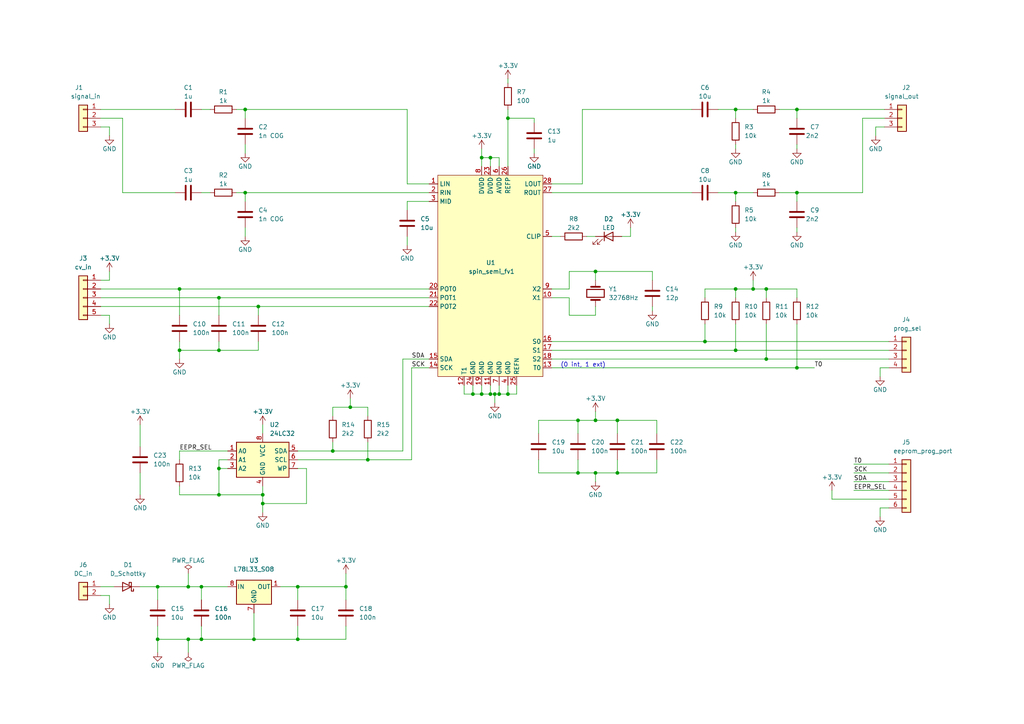
<source format=kicad_sch>
(kicad_sch (version 20230121) (generator eeschema)
  (paper "A4")
  (title_block (title "Spin Semi FV-1 Breakout Board") (date "2022-01-14") (rev "0") (comment 1 "creativecommons.org/licenses/by-sa/4.0/") (comment 2 "License: CC-by-SA") (comment 3 "Drawn by: Jordan Aceto"))
  (lib_symbols
    (symbol "Connector_Generic:Conn_01x02" (pin_names (offset 1.016) hide)
      (property "Reference" "J" (at 0 2.54 0))
      (property "Value" "Conn_01x02" (at 0 -5.08 0))
      (symbol "Conn_01x02_1_1"
        (rectangle (start -1.27 -2.413) (end 0 -2.667) (stroke (width 0.1524)))
        (rectangle (start -1.27 0.127) (end 0 -0.127) (stroke (width 0.1524)))
        (rectangle (start -1.27 1.27) (end 1.27 -3.81) (stroke (width 0.254)) (fill (type background)))
        (pin passive line (at -5.08 0 0) (length 3.81) (name "Pin_1") (number "1"))
        (pin passive line (at -5.08 -2.54 0) (length 3.81) (name "Pin_2") (number "2"))
      )
    )
    (symbol "Connector_Generic:Conn_01x03" (pin_names (offset 1.016) hide)
      (property "Reference" "J" (at 0 5.08 0))
      (property "Value" "Conn_01x03" (at 0 -5.08 0))
      (symbol "Conn_01x03_1_1"
        (rectangle (start -1.27 -2.413) (end 0 -2.667) (stroke (width 0.1524)))
        (rectangle (start -1.27 0.127) (end 0 -0.127) (stroke (width 0.1524)))
        (rectangle (start -1.27 2.667) (end 0 2.413) (stroke (width 0.1524)))
        (rectangle (start -1.27 3.81) (end 1.27 -3.81) (stroke (width 0.254)) (fill (type background)))
        (pin passive line (at -5.08 2.54 0) (length 3.81) (name "Pin_1") (number "1"))
        (pin passive line (at -5.08 0 0) (length 3.81) (name "Pin_2") (number "2"))
        (pin passive line (at -5.08 -2.54 0) (length 3.81) (name "Pin_3") (number "3"))
      )
    )
    (symbol "Connector_Generic:Conn_01x04" (pin_names (offset 1.016) hide)
      (property "Reference" "J" (at 0 5.08 0))
      (property "Value" "Conn_01x04" (at 0 -7.62 0))
      (symbol "Conn_01x04_1_1"
        (rectangle (start -1.27 -4.953) (end 0 -5.207) (stroke (width 0.1524)))
        (rectangle (start -1.27 -2.413) (end 0 -2.667) (stroke (width 0.1524)))
        (rectangle (start -1.27 0.127) (end 0 -0.127) (stroke (width 0.1524)))
        (rectangle (start -1.27 2.667) (end 0 2.413) (stroke (width 0.1524)))
        (rectangle (start -1.27 3.81) (end 1.27 -6.35) (stroke (width 0.254)) (fill (type background)))
        (pin passive line (at -5.08 2.54 0) (length 3.81) (name "Pin_1") (number "1"))
        (pin passive line (at -5.08 0 0) (length 3.81) (name "Pin_2") (number "2"))
        (pin passive line (at -5.08 -2.54 0) (length 3.81) (name "Pin_3") (number "3"))
        (pin passive line (at -5.08 -5.08 0) (length 3.81) (name "Pin_4") (number "4"))
      )
    )
    (symbol "Connector_Generic:Conn_01x05" (pin_names (offset 1.016) hide)
      (property "Reference" "J" (at 0 7.62 0))
      (property "Value" "Conn_01x05" (at 0 -7.62 0))
      (symbol "Conn_01x05_1_1"
        (rectangle (start -1.27 -4.953) (end 0 -5.207) (stroke (width 0.1524)))
        (rectangle (start -1.27 -2.413) (end 0 -2.667) (stroke (width 0.1524)))
        (rectangle (start -1.27 0.127) (end 0 -0.127) (stroke (width 0.1524)))
        (rectangle (start -1.27 2.667) (end 0 2.413) (stroke (width 0.1524)))
        (rectangle (start -1.27 5.207) (end 0 4.953) (stroke (width 0.1524)))
        (rectangle (start -1.27 6.35) (end 1.27 -6.35) (stroke (width 0.254)) (fill (type background)))
        (pin passive line (at -5.08 5.08 0) (length 3.81) (name "Pin_1") (number "1"))
        (pin passive line (at -5.08 2.54 0) (length 3.81) (name "Pin_2") (number "2"))
        (pin passive line (at -5.08 0 0) (length 3.81) (name "Pin_3") (number "3"))
        (pin passive line (at -5.08 -2.54 0) (length 3.81) (name "Pin_4") (number "4"))
        (pin passive line (at -5.08 -5.08 0) (length 3.81) (name "Pin_5") (number "5"))
      )
    )
    (symbol "Connector_Generic:Conn_01x06" (pin_names (offset 1.016) hide)
      (property "Reference" "J" (at 0 7.62 0))
      (property "Value" "Conn_01x06" (at 0 -10.16 0))
      (symbol "Conn_01x06_1_1"
        (rectangle (start -1.27 -7.493) (end 0 -7.747) (stroke (width 0.1524)))
        (rectangle (start -1.27 -4.953) (end 0 -5.207) (stroke (width 0.1524)))
        (rectangle (start -1.27 -2.413) (end 0 -2.667) (stroke (width 0.1524)))
        (rectangle (start -1.27 0.127) (end 0 -0.127) (stroke (width 0.1524)))
        (rectangle (start -1.27 2.667) (end 0 2.413) (stroke (width 0.1524)))
        (rectangle (start -1.27 5.207) (end 0 4.953) (stroke (width 0.1524)))
        (rectangle (start -1.27 6.35) (end 1.27 -8.89) (stroke (width 0.254)) (fill (type background)))
        (pin passive line (at -5.08 5.08 0) (length 3.81) (name "Pin_1") (number "1"))
        (pin passive line (at -5.08 2.54 0) (length 3.81) (name "Pin_2") (number "2"))
        (pin passive line (at -5.08 0 0) (length 3.81) (name "Pin_3") (number "3"))
        (pin passive line (at -5.08 -2.54 0) (length 3.81) (name "Pin_4") (number "4"))
        (pin passive line (at -5.08 -5.08 0) (length 3.81) (name "Pin_5") (number "5"))
        (pin passive line (at -5.08 -7.62 0) (length 3.81) (name "Pin_6") (number "6"))
      )
    )
    (symbol "Device:C" (pin_numbers hide) (pin_names (offset 0.254))
      (property "Reference" "C" (at 0.635 2.54 0))
      (property "Value" "C" (at 0.635 -2.54 0))
      (symbol "C_0_1"
        (polyline (pts (xy -2.032 -0.762) (xy 2.032 -0.762)) (stroke (width 0.508)))
        (polyline (pts (xy -2.032 0.762) (xy 2.032 0.762)) (stroke (width 0.508)))
      )
      (symbol "C_1_1"
        (pin passive line (at 0 3.81 270) (length 2.794) (name "~") (number "1"))
        (pin passive line (at 0 -3.81 90) (length 2.794) (name "~") (number "2"))
      )
    )
    (symbol "Device:Crystal" (pin_numbers hide) (pin_names (offset 1.016) hide)
      (property "Reference" "Y" (at 0 3.81 0))
      (property "Value" "Crystal" (at 0 -3.81 0))
      (symbol "Crystal_0_1"
        (rectangle (start -1.143 2.54) (end 1.143 -2.54) (stroke (width 0.3048)))
        (polyline (pts (xy -2.54 0) (xy -1.905 0)))
        (polyline (pts (xy -1.905 -1.27) (xy -1.905 1.27)) (stroke (width 0.508)))
        (polyline (pts (xy 1.905 -1.27) (xy 1.905 1.27)) (stroke (width 0.508)))
        (polyline (pts (xy 2.54 0) (xy 1.905 0)))
      )
      (symbol "Crystal_1_1"
        (pin passive line (at -3.81 0 0) (length 1.27) (name "1") (number "1"))
        (pin passive line (at 3.81 0 180) (length 1.27) (name "2") (number "2"))
      )
    )
    (symbol "Device:D_Schottky" (pin_numbers hide) (pin_names (offset 1.016) hide)
      (property "Reference" "D" (at 0 2.54 0))
      (property "Value" "D_Schottky" (at 0 -2.54 0))
      (symbol "D_Schottky_0_1"
        (polyline (pts (xy 1.27 0) (xy -1.27 0)))
        (polyline (pts (xy 1.27 1.27) (xy 1.27 -1.27) (xy -1.27 0) (xy 1.27 1.27)) (stroke (width 0.254)))
        (polyline (pts (xy -1.905 0.635) (xy -1.905 1.27) (xy -1.27 1.27) (xy -1.27 -1.27) (xy -0.635 -1.27) (xy -0.635 -0.635)) (stroke (width 0.254)))
      )
      (symbol "D_Schottky_1_1"
        (pin passive line (at -3.81 0 0) (length 2.54) (name "K") (number "1"))
        (pin passive line (at 3.81 0 180) (length 2.54) (name "A") (number "2"))
      )
    )
    (symbol "Device:LED" (pin_numbers hide) (pin_names (offset 1.016) hide)
      (property "Reference" "D" (at 0 2.54 0))
      (property "Value" "LED" (at 0 -2.54 0))
      (symbol "LED_0_1"
        (polyline (pts (xy -1.27 -1.27) (xy -1.27 1.27)) (stroke (width 0.254)))
        (polyline (pts (xy -1.27 0) (xy 1.27 0)))
        (polyline (pts (xy 1.27 -1.27) (xy 1.27 1.27) (xy -1.27 0) (xy 1.27 -1.27)) (stroke (width 0.254)))
        (polyline (pts (xy -3.048 -0.762) (xy -4.572 -2.286) (xy -3.81 -2.286) (xy -4.572 -2.286) (xy -4.572 -1.524)))
        (polyline (pts (xy -1.778 -0.762) (xy -3.302 -2.286) (xy -2.54 -2.286) (xy -3.302 -2.286) (xy -3.302 -1.524)))
      )
      (symbol "LED_1_1"
        (pin passive line (at -3.81 0 0) (length 2.54) (name "K") (number "1"))
        (pin passive line (at 3.81 0 180) (length 2.54) (name "A") (number "2"))
      )
    )
    (symbol "Device:R" (pin_numbers hide) (pin_names (offset 0))
      (property "Reference" "R" (at 2.032 0 90))
      (property "Value" "R" (at 0 0 90))
      (symbol "R_0_1"
        (rectangle (start -1.016 -2.54) (end 1.016 2.54) (stroke (width 0.254)))
      )
      (symbol "R_1_1"
        (pin passive line (at 0 3.81 270) (length 1.27) (name "~") (number "1"))
        (pin passive line (at 0 -3.81 90) (length 1.27) (name "~") (number "2"))
      )
    )
    (symbol "Memory_EEPROM:24LC32"
      (property "Reference" "U" (at -6.35 6.35 0))
      (property "Value" "24LC32" (at 1.27 6.35 0))
      (symbol "24LC32_1_1"
        (rectangle (start -7.62 5.08) (end 7.62 -5.08) (stroke (width 0.254)) (fill (type background)))
        (pin input line (at -10.16 2.54 0) (length 2.54) (name "A0") (number "1"))
        (pin input line (at -10.16 0 0) (length 2.54) (name "A1") (number "2"))
        (pin input line (at -10.16 -2.54 0) (length 2.54) (name "A2") (number "3"))
        (pin power_in line (at 0 -7.62 90) (length 2.54) (name "GND") (number "4"))
        (pin bidirectional line (at 10.16 2.54 180) (length 2.54) (name "SDA") (number "5"))
        (pin input line (at 10.16 0 180) (length 2.54) (name "SCL") (number "6"))
        (pin input line (at 10.16 -2.54 180) (length 2.54) (name "WP") (number "7"))
        (pin power_in line (at 0 7.62 270) (length 2.54) (name "VCC") (number "8"))
      )
    )
    (symbol "Regulator_Linear:L78L33_SO8" (pin_names (offset 0.254))
      (property "Reference" "U" (at -3.81 3.175 0))
      (property "Value" "L78L33_SO8" (at 0 3.175 0))
      (symbol "L78L33_SO8_0_1"
        (rectangle (start -5.08 1.905) (end 5.08 -5.08) (stroke (width 0.254)) (fill (type background)))
      )
      (symbol "L78L33_SO8_1_1"
        (pin power_out line (at 7.62 0 180) (length 2.54) (name "OUT") (number "1"))
        (pin passive line (at 0 -7.62 90) (length 2.54) hide (name "GND") (number "2"))
        (pin passive line (at 0 -7.62 90) (length 2.54) hide (name "GND") (number "3"))
        (pin no_connect line (at -5.08 -2.54 0) (length 2.54) hide (name "NC") (number "4"))
        (pin no_connect line (at 5.08 -2.54 180) (length 2.54) hide (name "NC") (number "5"))
        (pin passive line (at 0 -7.62 90) (length 2.54) hide (name "GND") (number "6"))
        (pin power_in line (at 0 -7.62 90) (length 2.54) (name "GND") (number "7"))
        (pin power_in line (at -7.62 0 0) (length 2.54) (name "IN") (number "8"))
      )
    )
    (symbol "custom_symbols:spin_semi_fv1"
      (property "Reference" "U" (at -7.62 38.1 0))
      (property "Value" "spin_semi_fv1" (at -7.62 35.56 0))
      (symbol "spin_semi_fv1_0_1"
        (rectangle (start -7.62 33.02) (end 22.86 -25.4) (fill (type background)))
      )
      (symbol "spin_semi_fv1_1_1"
        (pin input line (at -10.16 30.48 0) (length 2.54) (name "LIN") (number "1"))
        (pin bidirectional line (at 25.4 -2.54 180) (length 2.54) (name "X1") (number "10"))
        (pin power_in line (at 7.62 -27.94 90) (length 2.54) (name "GND") (number "11"))
        (pin input line (at 0 -27.94 90) (length 2.54) (name "T1") (number "12"))
        (pin input line (at 25.4 -22.86 180) (length 2.54) (name "T0") (number "13"))
        (pin input line (at -10.16 -22.86 0) (length 2.54) (name "SCK") (number "14"))
        (pin input line (at -10.16 -20.32 0) (length 2.54) (name "SDA") (number "15"))
        (pin input line (at 25.4 -15.24 180) (length 2.54) (name "S0") (number "16"))
        (pin input line (at 25.4 -17.78 180) (length 2.54) (name "S1") (number "17"))
        (pin input line (at 25.4 -20.32 180) (length 2.54) (name "S2") (number "18"))
        (pin power_in line (at 5.08 -27.94 90) (length 2.54) (name "GND") (number "19"))
        (pin input line (at -10.16 27.94 0) (length 2.54) (name "RIN") (number "2"))
        (pin input line (at -10.16 0 0) (length 2.54) (name "POT0") (number "20"))
        (pin input line (at -10.16 -2.54 0) (length 2.54) (name "POT1") (number "21"))
        (pin input line (at -10.16 -5.08 0) (length 2.54) (name "POT2") (number "22"))
        (pin power_in line (at 7.62 35.56 270) (length 2.54) (name "DVDD") (number "23"))
        (pin power_in line (at 2.54 -27.94 90) (length 2.54) (name "GND") (number "24"))
        (pin input line (at 15.24 -27.94 90) (length 2.54) (name "REFN") (number "25"))
        (pin input line (at 12.7 35.56 270) (length 2.54) (name "REFP") (number "26"))
        (pin output line (at 25.4 27.94 180) (length 2.54) (name "ROUT") (number "27"))
        (pin output line (at 25.4 30.48 180) (length 2.54) (name "LOUT") (number "28"))
        (pin input line (at -10.16 25.4 0) (length 2.54) (name "MID") (number "3"))
        (pin power_in line (at 12.7 -27.94 90) (length 2.54) (name "GND") (number "4"))
        (pin output line (at 25.4 15.24 180) (length 2.54) (name "CLIP") (number "5"))
        (pin power_in line (at 10.16 35.56 270) (length 2.54) (name "AVDD") (number "6"))
        (pin power_in line (at 10.16 -27.94 90) (length 2.54) (name "GND") (number "7"))
        (pin power_in line (at 5.08 35.56 270) (length 2.54) (name "DVDD") (number "8"))
        (pin bidirectional line (at 25.4 0 180) (length 2.54) (name "X2") (number "9"))
      )
    )
    (symbol "power:+3.3V" (power) (pin_names (offset 0))
      (property "Value" "+3.3V" (at 0 3.556 0))
      (symbol "+3.3V_0_1"
        (polyline (pts (xy -0.762 1.27) (xy 0 2.54)))
        (polyline (pts (xy 0 0) (xy 0 2.54)))
        (polyline (pts (xy 0 2.54) (xy 0.762 1.27)))
      )
      (symbol "+3.3V_1_1"
        (pin power_in line (at 0 0 90) (length 0) hide (name "+3.3V") (number "1"))
      )
    )
    (symbol "power:GND" (power) (pin_names (offset 0))
      (property "Value" "GND" (at 0 -3.81 0))
      (symbol "GND_0_1"
        (polyline (pts (xy 0 0) (xy 0 -1.27) (xy 1.27 -1.27) (xy 0 -2.54) (xy -1.27 -1.27) (xy 0 -1.27)))
      )
      (symbol "GND_1_1"
        (pin power_in line (at 0 0 270) (length 0) hide (name "GND") (number "1"))
      )
    )
    (symbol "power:PWR_FLAG" (power) (pin_numbers hide) (pin_names (offset 0) hide)
      (property "Value" "PWR_FLAG" (at 0 3.81 0))
      (symbol "PWR_FLAG_0_0"
        (pin power_out line (at 0 0 90) (length 0) (name "pwr") (number "1"))
      )
      (symbol "PWR_FLAG_0_1"
        (polyline (pts (xy 0 0) (xy 0 1.27) (xy -1.016 1.905) (xy 0 2.54) (xy 1.016 1.905) (xy 0 1.27)))
      )
    )
  )
  (junction (at 76.2 146.05))
  (junction (at 137.16 114.3))
  (junction (at 213.36 83.82))
  (junction (at 54.61 170.18))
  (junction (at 231.14 31.75))
  (junction (at 63.5 101.6))
  (junction (at 204.47 99.06))
  (junction (at 167.64 121.92))
  (junction (at 54.61 185.42))
  (junction (at 71.12 55.88))
  (junction (at 74.93 88.9))
  (junction (at 86.36 170.18))
  (junction (at 231.14 55.88))
  (junction (at 142.24 45.72))
  (junction (at 76.2 143.51))
  (junction (at 45.72 185.42))
  (junction (at 213.36 101.6))
  (junction (at 147.32 114.3))
  (junction (at 172.72 137.16))
  (junction (at 143.51 114.3))
  (junction (at 52.07 101.6))
  (junction (at 179.07 137.16))
  (junction (at 213.36 55.88))
  (junction (at 101.6 118.11))
  (junction (at 58.42 170.18))
  (junction (at 106.68 133.35))
  (junction (at 45.72 170.18))
  (junction (at 71.12 31.75))
  (junction (at 218.44 83.82))
  (junction (at 63.5 86.36))
  (junction (at 172.72 78.74))
  (junction (at 139.7 45.72))
  (junction (at 63.5 135.89))
  (junction (at 63.5 143.51))
  (junction (at 167.64 137.16))
  (junction (at 172.72 121.92))
  (junction (at 100.33 170.18))
  (junction (at 96.52 130.81))
  (junction (at 213.36 31.75))
  (junction (at 222.25 83.82))
  (junction (at 142.24 114.3))
  (junction (at 58.42 185.42))
  (junction (at 144.78 114.3))
  (junction (at 147.32 34.29))
  (junction (at 179.07 121.92))
  (junction (at 52.07 83.82))
  (junction (at 231.14 106.68))
  (junction (at 86.36 185.42))
  (junction (at 73.66 185.42))
  (junction (at 222.25 104.14))
  (junction (at 139.7 114.3))
  (wire (pts (xy 106.68 133.35) (xy 119.38 133.35)))
  (wire (pts (xy 160.02 55.88) (xy 200.66 55.88)))
  (wire (pts (xy 190.5 125.73) (xy 190.5 121.92)))
  (wire (pts (xy 86.36 133.35) (xy 106.68 133.35)))
  (wire (pts (xy 76.2 123.19) (xy 76.2 125.73)))
  (wire (pts (xy 165.1 86.36) (xy 160.02 86.36)))
  (wire (pts (xy 254 36.83) (xy 256.54 36.83)))
  (wire (pts (xy 86.36 170.18) (xy 86.36 173.99)))
  (wire (pts (xy 96.52 118.11) (xy 101.6 118.11)))
  (wire (pts (xy 218.44 83.82) (xy 222.25 83.82)))
  (wire (pts (xy 165.1 91.44) (xy 165.1 86.36)))
  (wire (pts (xy 250.19 55.88) (xy 250.19 34.29)))
  (wire (pts (xy 189.23 81.28) (xy 189.23 78.74)))
  (wire (pts (xy 231.14 58.42) (xy 231.14 55.88)))
  (wire (pts (xy 96.52 128.27) (xy 96.52 130.81)))
  (wire (pts (xy 116.84 130.81) (xy 116.84 104.14)))
  (wire (pts (xy 172.72 78.74) (xy 172.72 81.28)))
  (wire (pts (xy 213.36 66.04) (xy 213.36 67.31)))
  (wire (pts (xy 35.56 55.88) (xy 50.8 55.88)))
  (wire (pts (xy 29.21 31.75) (xy 50.8 31.75)))
  (wire (pts (xy 40.64 170.18) (xy 45.72 170.18)))
  (wire (pts (xy 231.14 34.29) (xy 231.14 31.75)))
  (wire (pts (xy 29.21 170.18) (xy 33.02 170.18)))
  (wire (pts (xy 40.64 137.16) (xy 40.64 143.51)))
  (wire (pts (xy 208.28 31.75) (xy 213.36 31.75)))
  (wire (pts (xy 63.5 133.35) (xy 63.5 135.89)))
  (wire (pts (xy 179.07 121.92) (xy 179.07 125.73)))
  (wire (pts (xy 63.5 143.51) (xy 76.2 143.51)))
  (wire (pts (xy 180.34 68.58) (xy 182.88 68.58)))
  (wire (pts (xy 142.24 114.3) (xy 143.51 114.3)))
  (wire (pts (xy 31.75 39.37) (xy 31.75 36.83)))
  (wire (pts (xy 45.72 170.18) (xy 45.72 173.99)))
  (wire (pts (xy 255.27 147.32) (xy 257.81 147.32)))
  (wire (pts (xy 144.78 111.76) (xy 144.78 114.3)))
  (wire (pts (xy 73.66 185.42) (xy 86.36 185.42)))
  (wire (pts (xy 73.66 177.8) (xy 73.66 185.42)))
  (wire (pts (xy 167.64 137.16) (xy 172.72 137.16)))
  (wire (pts (xy 86.36 170.18) (xy 100.33 170.18)))
  (wire (pts (xy 168.91 31.75) (xy 200.66 31.75)))
  (wire (pts (xy 172.72 88.9) (xy 172.72 91.44)))
  (wire (pts (xy 167.64 121.92) (xy 156.21 121.92)))
  (wire (pts (xy 222.25 104.14) (xy 257.81 104.14)))
  (wire (pts (xy 71.12 41.91) (xy 71.12 44.45)))
  (wire (pts (xy 179.07 137.16) (xy 190.5 137.16)))
  (wire (pts (xy 29.21 86.36) (xy 63.5 86.36)))
  (wire (pts (xy 213.36 83.82) (xy 218.44 83.82)))
  (wire (pts (xy 213.36 101.6) (xy 213.36 93.98)))
  (wire (pts (xy 204.47 83.82) (xy 213.36 83.82)))
  (wire (pts (xy 144.78 114.3) (xy 147.32 114.3)))
  (wire (pts (xy 88.9 135.89) (xy 88.9 146.05)))
  (wire (pts (xy 170.18 68.58) (xy 172.72 68.58)))
  (wire (pts (xy 119.38 106.68) (xy 124.46 106.68)))
  (wire (pts (xy 154.94 35.56) (xy 154.94 34.29)))
  (wire (pts (xy 71.12 55.88) (xy 68.58 55.88)))
  (wire (pts (xy 182.88 66.04) (xy 182.88 68.58)))
  (wire (pts (xy 160.02 83.82) (xy 165.1 83.82)))
  (wire (pts (xy 190.5 137.16) (xy 190.5 133.35)))
  (wire (pts (xy 204.47 99.06) (xy 257.81 99.06)))
  (wire (pts (xy 179.07 121.92) (xy 172.72 121.92)))
  (wire (pts (xy 143.51 114.3) (xy 144.78 114.3)))
  (wire (pts (xy 76.2 146.05) (xy 88.9 146.05)))
  (wire (pts (xy 190.5 121.92) (xy 179.07 121.92)))
  (wire (pts (xy 31.75 36.83) (xy 29.21 36.83)))
  (wire (pts (xy 168.91 53.34) (xy 168.91 31.75)))
  (wire (pts (xy 54.61 166.37) (xy 54.61 170.18)))
  (wire (pts (xy 147.32 34.29) (xy 147.32 48.26)))
  (wire (pts (xy 45.72 181.61) (xy 45.72 185.42)))
  (wire (pts (xy 52.07 133.35) (xy 52.07 130.81)))
  (wire (pts (xy 86.36 135.89) (xy 88.9 135.89)))
  (wire (pts (xy 31.75 172.72) (xy 29.21 172.72)))
  (wire (pts (xy 156.21 137.16) (xy 167.64 137.16)))
  (wire (pts (xy 71.12 55.88) (xy 124.46 55.88)))
  (wire (pts (xy 63.5 133.35) (xy 66.04 133.35)))
  (wire (pts (xy 63.5 86.36) (xy 124.46 86.36)))
  (wire (pts (xy 213.36 41.91) (xy 213.36 43.18)))
  (wire (pts (xy 29.21 34.29) (xy 35.56 34.29)))
  (wire (pts (xy 52.07 101.6) (xy 63.5 101.6)))
  (wire (pts (xy 247.65 142.24) (xy 257.81 142.24)))
  (wire (pts (xy 54.61 189.23) (xy 54.61 185.42)))
  (wire (pts (xy 156.21 121.92) (xy 156.21 125.73)))
  (wire (pts (xy 40.64 123.19) (xy 40.64 129.54)))
  (wire (pts (xy 160.02 101.6) (xy 213.36 101.6)))
  (wire (pts (xy 63.5 135.89) (xy 63.5 143.51)))
  (wire (pts (xy 208.28 55.88) (xy 213.36 55.88)))
  (wire (pts (xy 231.14 55.88) (xy 250.19 55.88)))
  (wire (pts (xy 58.42 55.88) (xy 60.96 55.88)))
  (wire (pts (xy 222.25 83.82) (xy 222.25 86.36)))
  (wire (pts (xy 52.07 83.82) (xy 52.07 91.44)))
  (wire (pts (xy 213.36 55.88) (xy 218.44 55.88)))
  (wire (pts (xy 86.36 181.61) (xy 86.36 185.42)))
  (wire (pts (xy 54.61 170.18) (xy 58.42 170.18)))
  (wire (pts (xy 142.24 45.72) (xy 142.24 48.26)))
  (wire (pts (xy 31.75 175.26) (xy 31.75 172.72)))
  (wire (pts (xy 118.11 31.75) (xy 118.11 53.34)))
  (wire (pts (xy 76.2 140.97) (xy 76.2 143.51)))
  (wire (pts (xy 31.75 78.74) (xy 31.75 81.28)))
  (wire (pts (xy 189.23 88.9) (xy 189.23 90.17)))
  (wire (pts (xy 241.3 144.78) (xy 257.81 144.78)))
  (wire (pts (xy 172.72 78.74) (xy 189.23 78.74)))
  (wire (pts (xy 147.32 22.86) (xy 147.32 24.13)))
  (wire (pts (xy 31.75 91.44) (xy 29.21 91.44)))
  (wire (pts (xy 71.12 31.75) (xy 118.11 31.75)))
  (wire (pts (xy 147.32 114.3) (xy 149.86 114.3)))
  (wire (pts (xy 156.21 133.35) (xy 156.21 137.16)))
  (wire (pts (xy 96.52 130.81) (xy 116.84 130.81)))
  (wire (pts (xy 58.42 181.61) (xy 58.42 185.42)))
  (wire (pts (xy 52.07 99.06) (xy 52.07 101.6)))
  (wire (pts (xy 71.12 66.04) (xy 71.12 68.58)))
  (wire (pts (xy 226.06 55.88) (xy 231.14 55.88)))
  (wire (pts (xy 116.84 104.14) (xy 124.46 104.14)))
  (wire (pts (xy 58.42 31.75) (xy 60.96 31.75)))
  (wire (pts (xy 231.14 106.68) (xy 236.22 106.68)))
  (wire (pts (xy 76.2 146.05) (xy 76.2 148.59)))
  (wire (pts (xy 86.36 130.81) (xy 96.52 130.81)))
  (wire (pts (xy 63.5 99.06) (xy 63.5 101.6)))
  (wire (pts (xy 31.75 81.28) (xy 29.21 81.28)))
  (wire (pts (xy 172.72 119.38) (xy 172.72 121.92)))
  (wire (pts (xy 143.51 114.3) (xy 143.51 116.84)))
  (wire (pts (xy 218.44 81.28) (xy 218.44 83.82)))
  (wire (pts (xy 250.19 34.29) (xy 256.54 34.29)))
  (wire (pts (xy 213.36 83.82) (xy 213.36 86.36)))
  (wire (pts (xy 231.14 41.91) (xy 231.14 43.18)))
  (wire (pts (xy 247.65 134.62) (xy 257.81 134.62)))
  (wire (pts (xy 247.65 139.7) (xy 257.81 139.7)))
  (wire (pts (xy 54.61 185.42) (xy 58.42 185.42)))
  (wire (pts (xy 139.7 111.76) (xy 139.7 114.3)))
  (wire (pts (xy 172.72 121.92) (xy 167.64 121.92)))
  (wire (pts (xy 167.64 121.92) (xy 167.64 125.73)))
  (wire (pts (xy 52.07 143.51) (xy 63.5 143.51)))
  (wire (pts (xy 139.7 45.72) (xy 142.24 45.72)))
  (wire (pts (xy 52.07 83.82) (xy 124.46 83.82)))
  (wire (pts (xy 147.32 111.76) (xy 147.32 114.3)))
  (wire (pts (xy 100.33 173.99) (xy 100.33 170.18)))
  (wire (pts (xy 100.33 185.42) (xy 100.33 181.61)))
  (wire (pts (xy 204.47 86.36) (xy 204.47 83.82)))
  (wire (pts (xy 222.25 104.14) (xy 222.25 93.98)))
  (wire (pts (xy 106.68 128.27) (xy 106.68 133.35)))
  (wire (pts (xy 160.02 53.34) (xy 168.91 53.34)))
  (wire (pts (xy 213.36 31.75) (xy 218.44 31.75)))
  (wire (pts (xy 241.3 142.24) (xy 241.3 144.78)))
  (wire (pts (xy 76.2 143.51) (xy 76.2 146.05)))
  (wire (pts (xy 52.07 101.6) (xy 52.07 104.14)))
  (wire (pts (xy 119.38 133.35) (xy 119.38 106.68)))
  (wire (pts (xy 231.14 31.75) (xy 256.54 31.75)))
  (wire (pts (xy 63.5 86.36) (xy 63.5 91.44)))
  (wire (pts (xy 165.1 83.82) (xy 165.1 78.74)))
  (wire (pts (xy 139.7 114.3) (xy 142.24 114.3)))
  (wire (pts (xy 101.6 115.57) (xy 101.6 118.11)))
  (wire (pts (xy 134.62 111.76) (xy 134.62 114.3)))
  (wire (pts (xy 231.14 83.82) (xy 231.14 86.36)))
  (wire (pts (xy 96.52 118.11) (xy 96.52 120.65)))
  (wire (pts (xy 31.75 93.98) (xy 31.75 91.44)))
  (wire (pts (xy 222.25 83.82) (xy 231.14 83.82)))
  (wire (pts (xy 172.72 137.16) (xy 179.07 137.16)))
  (wire (pts (xy 139.7 43.18) (xy 139.7 45.72)))
  (wire (pts (xy 213.36 55.88) (xy 213.36 58.42)))
  (wire (pts (xy 231.14 106.68) (xy 231.14 93.98)))
  (wire (pts (xy 172.72 137.16) (xy 172.72 139.7)))
  (wire (pts (xy 100.33 166.37) (xy 100.33 170.18)))
  (wire (pts (xy 254 39.37) (xy 254 36.83)))
  (wire (pts (xy 172.72 91.44) (xy 165.1 91.44)))
  (wire (pts (xy 118.11 58.42) (xy 118.11 60.96)))
  (wire (pts (xy 213.36 31.75) (xy 213.36 34.29)))
  (wire (pts (xy 204.47 99.06) (xy 204.47 93.98)))
  (wire (pts (xy 86.36 185.42) (xy 100.33 185.42)))
  (wire (pts (xy 124.46 53.34) (xy 118.11 53.34)))
  (wire (pts (xy 160.02 106.68) (xy 231.14 106.68)))
  (wire (pts (xy 118.11 68.58) (xy 118.11 71.12)))
  (wire (pts (xy 45.72 170.18) (xy 54.61 170.18)))
  (wire (pts (xy 71.12 58.42) (xy 71.12 55.88)))
  (wire (pts (xy 255.27 149.86) (xy 255.27 147.32)))
  (wire (pts (xy 226.06 31.75) (xy 231.14 31.75)))
  (wire (pts (xy 167.64 133.35) (xy 167.64 137.16)))
  (wire (pts (xy 231.14 66.04) (xy 231.14 67.31)))
  (wire (pts (xy 45.72 185.42) (xy 54.61 185.42)))
  (wire (pts (xy 137.16 114.3) (xy 139.7 114.3)))
  (wire (pts (xy 144.78 48.26) (xy 144.78 45.72)))
  (wire (pts (xy 160.02 99.06) (xy 204.47 99.06)))
  (wire (pts (xy 35.56 55.88) (xy 35.56 34.29)))
  (wire (pts (xy 58.42 185.42) (xy 73.66 185.42)))
  (wire (pts (xy 45.72 185.42) (xy 45.72 189.23)))
  (wire (pts (xy 154.94 43.18) (xy 154.94 44.45)))
  (wire (pts (xy 134.62 114.3) (xy 137.16 114.3)))
  (wire (pts (xy 213.36 101.6) (xy 257.81 101.6)))
  (wire (pts (xy 71.12 31.75) (xy 68.58 31.75)))
  (wire (pts (xy 124.46 58.42) (xy 118.11 58.42)))
  (wire (pts (xy 58.42 170.18) (xy 66.04 170.18)))
  (wire (pts (xy 52.07 140.97) (xy 52.07 143.51)))
  (wire (pts (xy 149.86 111.76) (xy 149.86 114.3)))
  (wire (pts (xy 63.5 101.6) (xy 74.93 101.6)))
  (wire (pts (xy 29.21 83.82) (xy 52.07 83.82)))
  (wire (pts (xy 160.02 104.14) (xy 222.25 104.14)))
  (wire (pts (xy 160.02 68.58) (xy 162.56 68.58)))
  (wire (pts (xy 74.93 88.9) (xy 124.46 88.9)))
  (wire (pts (xy 74.93 101.6) (xy 74.93 99.06)))
  (wire (pts (xy 71.12 34.29) (xy 71.12 31.75)))
  (wire (pts (xy 137.16 111.76) (xy 137.16 114.3)))
  (wire (pts (xy 81.28 170.18) (xy 86.36 170.18)))
  (wire (pts (xy 255.27 109.22) (xy 255.27 106.68)))
  (wire (pts (xy 106.68 120.65) (xy 106.68 118.11)))
  (wire (pts (xy 74.93 88.9) (xy 74.93 91.44)))
  (wire (pts (xy 165.1 78.74) (xy 172.72 78.74)))
  (wire (pts (xy 139.7 48.26) (xy 139.7 45.72)))
  (wire (pts (xy 142.24 111.76) (xy 142.24 114.3)))
  (wire (pts (xy 58.42 170.18) (xy 58.42 173.99)))
  (wire (pts (xy 52.07 130.81) (xy 66.04 130.81)))
  (wire (pts (xy 63.5 135.89) (xy 66.04 135.89)))
  (wire (pts (xy 144.78 45.72) (xy 142.24 45.72)))
  (wire (pts (xy 101.6 118.11) (xy 106.68 118.11)))
  (wire (pts (xy 255.27 106.68) (xy 257.81 106.68)))
  (wire (pts (xy 154.94 34.29) (xy 147.32 34.29)))
  (wire (pts (xy 179.07 133.35) (xy 179.07 137.16)))
  (wire (pts (xy 247.65 137.16) (xy 257.81 137.16)))
  (wire (pts (xy 147.32 31.75) (xy 147.32 34.29)))
  (wire (pts (xy 29.21 88.9) (xy 74.93 88.9)))
  (text "(0 int, 1 ext)" (at 162.56 106.68 0) (effects (font (size 1.27 1.27)) (justify left bottom)))
  (label "SDA" (at 247.65 139.7 0))
  (label "T0" (at 247.65 134.62 0))
  (label "SCK" (at 119.38 106.68 0))
  (label "EEPR_SEL" (at 52.07 130.81 0))
  (label "T0" (at 236.22 106.68 0))
  (label "SCK" (at 247.65 137.16 0))
  (label "EEPR_SEL" (at 247.65 142.24 0))
  (label "SDA" (at 119.38 104.14 0))
  (symbol (lib_id "power:GND") (at 71.12 44.45 0) (unit 1)
    (property "Reference" "#PWR07" (effects hide))
    (property "Value" "GND" (at 71.12 48.26 0))
  )
  (symbol (lib_id "power:GND") (at 76.2 148.59 0) (unit 1)
    (property "Reference" "#PWR010" (effects hide))
    (property "Value" "GND" (at 76.2 152.4 0))
  )
  (symbol (lib_id "power:GND") (at 45.72 189.23 0) (unit 1)
    (property "Reference" "#PWR06" (effects hide))
    (property "Value" "GND" (at 45.72 193.04 0))
  )
  (symbol (lib_id "Device:R") (at 213.36 38.1 0) (unit 1)
    (property "Reference" "R3" (at 215.9 36.8299 0) (effects (justify left)))
    (property "Value" "10k" (at 215.9 39.3699 0) (effects (justify left)))
    (property "Footprint" "Resistor_SMD:R_0603_1608Metric" (effects hide))
  )
  (symbol (lib_id "power:GND") (at 31.75 39.37 0) (unit 1)
    (property "Reference" "#PWR01" (effects hide))
    (property "Value" "GND" (at 31.75 43.18 0))
  )
  (symbol (lib_id "Device:R") (at 213.36 90.17 0) (unit 1)
    (property "Reference" "R10" (at 215.9 88.8999 0) (effects (justify left)))
    (property "Value" "10k" (at 215.9 91.4399 0) (effects (justify left)))
    (property "Footprint" "Resistor_SMD:R_0603_1608Metric" (effects hide))
  )
  (symbol (lib_id "Device:C") (at 54.61 55.88 90) (unit 1)
    (property "Reference" "C3" (at 54.61 49.53 90))
    (property "Value" "1u" (at 54.61 52.07 90))
    (property "Footprint" "Capacitor_SMD:C_0805_2012Metric" (effects hide))
  )
  (symbol (lib_id "power:GND") (at 213.36 43.18 0) (unit 1)
    (property "Reference" "#PWR022" (effects hide))
    (property "Value" "GND" (at 213.36 46.99 0))
  )
  (symbol (lib_id "Device:C") (at 179.07 129.54 0) (unit 1)
    (property "Reference" "C21" (at 182.88 128.2699 0) (effects (justify left)))
    (property "Value" "100n" (at 182.88 130.8099 0) (effects (justify left)))
    (property "Footprint" "Capacitor_SMD:C_0603_1608Metric" (effects hide))
  )
  (symbol (lib_id "Device:C") (at 190.5 129.54 0) (unit 1)
    (property "Reference" "C22" (at 194.31 128.2699 0) (effects (justify left)))
    (property "Value" "100n" (at 194.31 130.8099 0) (effects (justify left)))
    (property "Footprint" "Capacitor_SMD:C_0603_1608Metric" (effects hide))
  )
  (symbol (lib_id "power:+3.3V") (at 241.3 142.24 0) (unit 1)
    (property "Reference" "#PWR029" (effects hide))
    (property "Value" "+3.3V" (at 241.3 138.43 0))
  )
  (symbol (lib_id "Device:R") (at 222.25 90.17 0) (unit 1)
    (property "Reference" "R11" (at 224.79 88.8999 0) (effects (justify left)))
    (property "Value" "10k" (at 224.79 91.4399 0) (effects (justify left)))
    (property "Footprint" "Resistor_SMD:R_0603_1608Metric" (effects hide))
  )
  (symbol (lib_id "power:+3.3V") (at 76.2 123.19 0) (unit 1)
    (property "Reference" "#PWR09" (effects hide))
    (property "Value" "+3.3V" (at 76.2 119.38 0))
  )
  (symbol (lib_id "Device:R") (at 106.68 124.46 0) (unit 1)
    (property "Reference" "R15" (at 109.22 123.1899 0) (effects (justify left)))
    (property "Value" "2k2" (at 109.22 125.7299 0) (effects (justify left)))
    (property "Footprint" "Resistor_SMD:R_0603_1608Metric" (effects hide))
  )
  (symbol (lib_id "power:GND") (at 143.51 116.84 0) (unit 1)
    (property "Reference" "#PWR015" (effects hide))
    (property "Value" "GND" (at 143.51 120.65 0))
  )
  (symbol (lib_id "Device:C") (at 231.14 38.1 0) (unit 1)
    (property "Reference" "C7" (at 234.95 36.8299 0) (effects (justify left)))
    (property "Value" "2n2" (at 233.68 39.37 0) (effects (justify left)))
    (property "Footprint" "Capacitor_SMD:C_0805_2012Metric" (effects hide))
  )
  (symbol (lib_id "Device:C") (at 156.21 129.54 0) (unit 1)
    (property "Reference" "C19" (at 160.02 128.2699 0) (effects (justify left)))
    (property "Value" "10u" (at 160.02 130.8099 0) (effects (justify left)))
    (property "Footprint" "Capacitor_SMD:C_0805_2012Metric" (effects hide))
  )
  (symbol (lib_id "power:+3.3V") (at 40.64 123.19 0) (unit 1)
    (property "Reference" "#PWR0102" (effects hide))
    (property "Value" "+3.3V" (at 40.64 119.38 0))
  )
  (symbol (lib_id "Device:R") (at 64.77 31.75 90) (unit 1)
    (property "Reference" "R1" (at 64.77 26.67 90))
    (property "Value" "1k" (at 64.77 29.21 90))
    (property "Footprint" "Resistor_SMD:R_0603_1608Metric" (effects hide))
  )
  (symbol (lib_id "Device:C") (at 86.36 177.8 0) (unit 1)
    (property "Reference" "C17" (at 90.17 176.5299 0) (effects (justify left)))
    (property "Value" "10u" (at 90.17 179.0699 0) (effects (justify left)))
    (property "Footprint" "Capacitor_SMD:C_0805_2012Metric" (effects hide))
  )
  (symbol (lib_id "custom_symbols:spin_semi_fv1") (at 134.62 83.82 0) (unit 1)
    (property "Reference" "U1" (at 140.97 76.2 0) (effects (justify left)))
    (property "Value" "spin_semi_fv1" (at 135.89 78.74 0) (effects (justify left)))
    (property "Footprint" "Package_SO:SOIC-28W_7.5x17.9mm_P1.27mm" (effects hide))
  )
  (symbol (lib_id "power:GND") (at 255.27 109.22 0) (mirror y) (unit 1)
    (property "Reference" "#PWR028" (effects hide))
    (property "Value" "GND" (at 255.27 113.03 0))
  )
  (symbol (lib_id "Connector_Generic:Conn_01x02") (at 24.13 170.18 0) (mirror y) (unit 1)
    (property "Reference" "J6" (at 24.13 163.83 0))
    (property "Value" "DC_in" (at 24.13 166.37 0))
    (property "Footprint" "Connector_PinHeader_2.54mm:PinHeader_1x02_P2.54mm_Vertical" (effects hide))
  )
  (symbol (lib_id "power:GND") (at 255.27 149.86 0) (mirror y) (unit 1)
    (property "Reference" "#PWR030" (effects hide))
    (property "Value" "GND" (at 255.27 153.67 0))
  )
  (symbol (lib_id "power:PWR_FLAG") (at 54.61 166.37 0) (unit 1)
    (property "Reference" "#FLG0102" (effects hide))
    (property "Value" "PWR_FLAG" (at 54.61 162.56 0))
  )
  (symbol (lib_id "Device:C") (at 71.12 38.1 0) (unit 1)
    (property "Reference" "C2" (at 74.93 36.8299 0) (effects (justify left)))
    (property "Value" "1n COG" (at 74.93 39.3699 0) (effects (justify left)))
    (property "Footprint" "Capacitor_SMD:C_0805_2012Metric" (effects hide))
  )
  (symbol (lib_id "Device:C") (at 45.72 177.8 0) (unit 1)
    (property "Reference" "C15" (at 49.53 176.5299 0) (effects (justify left)))
    (property "Value" "10u" (at 49.53 179.0699 0) (effects (justify left)))
    (property "Footprint" "Capacitor_SMD:C_0805_2012Metric" (effects hide))
  )
  (symbol (lib_id "Device:C") (at 118.11 64.77 0) (unit 1)
    (property "Reference" "C5" (at 121.92 63.4999 0) (effects (justify left)))
    (property "Value" "10u" (at 121.92 66.0399 0) (effects (justify left)))
    (property "Footprint" "Capacitor_SMD:C_0805_2012Metric" (effects hide))
  )
  (symbol (lib_id "Connector_Generic:Conn_01x03") (at 261.62 34.29 0) (unit 1)
    (property "Reference" "J2" (at 261.62 25.4 0) (effects (justify left)))
    (property "Value" "signal_out" (at 256.54 27.94 0) (effects (justify left)))
    (property "Footprint" "Connector_PinHeader_2.54mm:PinHeader_1x03_P2.54mm_Vertical" (effects hide))
  )
  (symbol (lib_id "power:+3.3V") (at 218.44 81.28 0) (unit 1)
    (property "Reference" "#PWR024" (effects hide))
    (property "Value" "+3.3V" (at 218.44 77.47 0))
  )
  (symbol (lib_id "power:GND") (at 172.72 139.7 0) (unit 1)
    (property "Reference" "#PWR017" (effects hide))
    (property "Value" "GND" (at 172.72 143.51 0))
  )
  (symbol (lib_id "Memory_EEPROM:24LC32") (at 76.2 133.35 0) (unit 1)
    (property "Reference" "U2" (at 78.2194 123.19 0) (effects (justify left)))
    (property "Value" "24LC32" (at 78.2194 125.73 0) (effects (justify left)))
    (property "Footprint" "Package_DIP:DIP-8_W7.62mm_Socket" (effects hide))
    (property "Datasheet" "http://ww1.microchip.com/downloads/en/DeviceDoc/21072G.pdf" (effects hide))
  )
  (symbol (lib_id "power:GND") (at 231.14 43.18 0) (unit 1)
    (property "Reference" "#PWR025" (effects hide))
    (property "Value" "GND" (at 231.14 46.99 0))
  )
  (symbol (lib_id "Device:C") (at 63.5 95.25 0) (unit 1)
    (property "Reference" "C11" (at 67.31 93.9799 0) (effects (justify left)))
    (property "Value" "100n" (at 67.31 96.5199 0) (effects (justify left)))
    (property "Footprint" "Capacitor_SMD:C_0603_1608Metric" (effects hide))
  )
  (symbol (lib_id "Connector_Generic:Conn_01x04") (at 262.89 101.6 0) (unit 1)
    (property "Reference" "J4" (at 261.62 92.71 0) (effects (justify left)))
    (property "Value" "prog_sel" (at 259.08 95.25 0) (effects (justify left)))
    (property "Footprint" "Connector_PinHeader_2.54mm:PinHeader_1x04_P2.54mm_Vertical" (effects hide))
  )
  (symbol (lib_id "power:GND") (at 213.36 67.31 0) (unit 1)
    (property "Reference" "#PWR023" (effects hide))
    (property "Value" "GND" (at 213.36 71.12 0))
  )
  (symbol (lib_id "Device:C") (at 58.42 177.8 0) (unit 1)
    (property "Reference" "C16" (at 62.23 176.5299 0) (effects (justify left)))
    (property "Value" "100n" (at 62.23 179.0699 0) (effects (justify left)))
    (property "Footprint" "Capacitor_SMD:C_0603_1608Metric" (effects hide))
  )
  (symbol (lib_id "power:+3.3V") (at 101.6 115.57 0) (unit 1)
    (property "Reference" "#PWR011" (effects hide))
    (property "Value" "+3.3V" (at 101.6 111.76 0))
  )
  (symbol (lib_id "power:+3.3V") (at 182.88 66.04 0) (unit 1)
    (property "Reference" "#PWR020" (effects hide))
    (property "Value" "+3.3V" (at 182.88 62.23 0))
  )
  (symbol (lib_id "Device:R") (at 147.32 27.94 0) (unit 1)
    (property "Reference" "R7" (at 149.86 26.6699 0) (effects (justify left)))
    (property "Value" "100" (at 149.86 29.2099 0) (effects (justify left)))
    (property "Footprint" "Resistor_SMD:R_0603_1608Metric" (effects hide))
  )
  (symbol (lib_id "Device:C") (at 74.93 95.25 0) (unit 1)
    (property "Reference" "C12" (at 78.74 93.9799 0) (effects (justify left)))
    (property "Value" "100n" (at 78.74 96.5199 0) (effects (justify left)))
    (property "Footprint" "Capacitor_SMD:C_0603_1608Metric" (effects hide))
  )
  (symbol (lib_id "power:GND") (at 31.75 175.26 0) (unit 1)
    (property "Reference" "#PWR04" (effects hide))
    (property "Value" "GND" (at 31.75 179.07 0))
  )
  (symbol (lib_id "power:+3.3V") (at 139.7 43.18 0) (unit 1)
    (property "Reference" "#PWR014" (effects hide))
    (property "Value" "+3.3V" (at 139.7 39.37 0))
  )
  (symbol (lib_id "Device:C") (at 189.23 85.09 0) (mirror y) (unit 1)
    (property "Reference" "C14" (at 196.85 83.82 0) (effects (justify left)))
    (property "Value" "12p" (at 196.85 86.36 0) (effects (justify left)))
    (property "Footprint" "Capacitor_SMD:C_0603_1608Metric" (effects hide))
  )
  (symbol (lib_id "Connector_Generic:Conn_01x03") (at 24.13 34.29 0) (mirror y) (unit 1)
    (property "Reference" "J1" (at 24.13 25.4 0) (effects (justify left)))
    (property "Value" "signal_in" (at 29.21 27.94 0) (effects (justify left)))
    (property "Footprint" "Connector_PinHeader_2.54mm:PinHeader_1x03_P2.54mm_Vertical" (effects hide))
  )
  (symbol (lib_id "Device:C") (at 40.64 133.35 0) (unit 1)
    (property "Reference" "C23" (at 44.45 132.0799 0) (effects (justify left)))
    (property "Value" "100n" (at 44.45 134.6199 0) (effects (justify left)))
    (property "Footprint" "Capacitor_SMD:C_0603_1608Metric" (effects hide))
  )
  (symbol (lib_id "Device:R") (at 222.25 55.88 90) (unit 1)
    (property "Reference" "R6" (at 222.25 50.8 90))
    (property "Value" "1k" (at 222.25 53.34 90))
    (property "Footprint" "Resistor_SMD:R_0603_1608Metric" (effects hide))
  )
  (symbol (lib_id "Device:R") (at 96.52 124.46 0) (unit 1)
    (property "Reference" "R14" (at 99.06 123.1899 0) (effects (justify left)))
    (property "Value" "2k2" (at 99.06 125.7299 0) (effects (justify left)))
    (property "Footprint" "Resistor_SMD:R_0603_1608Metric" (effects hide))
  )
  (symbol (lib_id "Device:R") (at 231.14 90.17 0) (unit 1)
    (property "Reference" "R12" (at 233.68 88.8999 0) (effects (justify left)))
    (property "Value" "10k" (at 233.68 91.4399 0) (effects (justify left)))
    (property "Footprint" "Resistor_SMD:R_0603_1608Metric" (effects hide))
  )
  (symbol (lib_id "Device:C") (at 167.64 129.54 0) (unit 1)
    (property "Reference" "C20" (at 171.45 128.2699 0) (effects (justify left)))
    (property "Value" "100n" (at 171.45 130.8099 0) (effects (justify left)))
    (property "Footprint" "Capacitor_SMD:C_0603_1608Metric" (effects hide))
  )
  (symbol (lib_id "power:GND") (at 154.94 44.45 0) (unit 1)
    (property "Reference" "#PWR019" (effects hide))
    (property "Value" "GND" (at 154.94 48.26 0))
  )
  (symbol (lib_id "Device:C") (at 54.61 31.75 90) (unit 1)
    (property "Reference" "C1" (at 54.61 25.4 90))
    (property "Value" "1u" (at 54.61 27.94 90))
    (property "Footprint" "Capacitor_SMD:C_0805_2012Metric" (effects hide))
  )
  (symbol (lib_id "Device:C") (at 204.47 31.75 90) (unit 1)
    (property "Reference" "C6" (at 204.47 25.4 90))
    (property "Value" "10u" (at 204.47 27.94 90))
    (property "Footprint" "Capacitor_SMD:C_0805_2012Metric" (effects hide))
  )
  (symbol (lib_id "power:PWR_FLAG") (at 54.61 189.23 180) (unit 1)
    (property "Reference" "#FLG0101" (effects hide))
    (property "Value" "PWR_FLAG" (at 54.61 193.04 0))
  )
  (symbol (lib_id "Connector_Generic:Conn_01x06") (at 262.89 139.7 0) (unit 1)
    (property "Reference" "J5" (at 261.62 128.27 0) (effects (justify left)))
    (property "Value" "eeprom_prog_port" (at 259.08 130.81 0) (effects (justify left)))
    (property "Footprint" "Connector_PinHeader_2.54mm:PinHeader_1x06_P2.54mm_Vertical" (effects hide))
  )
  (symbol (lib_id "Device:R") (at 166.37 68.58 90) (unit 1)
    (property "Reference" "R8" (at 166.37 63.5 90))
    (property "Value" "2k2" (at 166.37 66.04 90))
    (property "Footprint" "Resistor_SMD:R_0603_1608Metric" (effects hide))
  )
  (symbol (lib_id "power:GND") (at 231.14 67.31 0) (unit 1)
    (property "Reference" "#PWR026" (effects hide))
    (property "Value" "GND" (at 231.14 71.12 0))
  )
  (symbol (lib_id "Device:R") (at 222.25 31.75 90) (unit 1)
    (property "Reference" "R4" (at 222.25 26.67 90))
    (property "Value" "1k" (at 222.25 29.21 90))
    (property "Footprint" "Resistor_SMD:R_0603_1608Metric" (effects hide))
  )
  (symbol (lib_id "Device:R") (at 204.47 90.17 0) (unit 1)
    (property "Reference" "R9" (at 207.01 88.8999 0) (effects (justify left)))
    (property "Value" "10k" (at 207.01 91.4399 0) (effects (justify left)))
    (property "Footprint" "Resistor_SMD:R_0603_1608Metric" (effects hide))
  )
  (symbol (lib_id "power:GND") (at 189.23 90.17 0) (mirror y) (unit 1)
    (property "Reference" "#PWR021" (effects hide))
    (property "Value" "GND" (at 189.23 93.98 0))
  )
  (symbol (lib_id "Device:C") (at 52.07 95.25 0) (unit 1)
    (property "Reference" "C10" (at 55.88 93.9799 0) (effects (justify left)))
    (property "Value" "100n" (at 55.88 96.5199 0) (effects (justify left)))
    (property "Footprint" "Capacitor_SMD:C_0603_1608Metric" (effects hide))
  )
  (symbol (lib_id "Regulator_Linear:L78L33_SO8") (at 73.66 170.18 0) (unit 1)
    (property "Reference" "U3" (at 73.66 162.56 0))
    (property "Value" "L78L33_SO8" (at 73.66 165.1 0))
    (property "Footprint" "Package_SO:SOIC-8_3.9x4.9mm_P1.27mm" (effects hide))
    (property "Datasheet" "http://www.st.com/content/ccc/resource/technical/document/datasheet/15/55/e5/aa/23/5b/43/fd/CD00000446.pdf/files/CD00000446.pdf/jcr:content/translations/en.CD00000446.pdf" (effects hide))
  )
  (symbol (lib_id "Device:Crystal") (at 172.72 85.09 270) (mirror x) (unit 1)
    (property "Reference" "Y1" (at 176.53 83.8199 90) (effects (justify left)))
    (property "Value" "32768Hz" (at 176.53 86.3599 90) (effects (justify left)))
    (property "Footprint" "Crystal:Crystal_C26-LF_D2.1mm_L6.5mm_Horizontal" (effects hide))
  )
  (symbol (lib_id "Device:D_Schottky") (at 36.83 170.18 180) (unit 1)
    (property "Reference" "D1" (at 37.1475 163.83 0))
    (property "Value" "D_Schottky" (at 37.1475 166.37 0))
    (property "Footprint" "Diode_SMD:D_SOD-123" (effects hide))
  )
  (symbol (lib_id "Device:C") (at 204.47 55.88 90) (unit 1)
    (property "Reference" "C8" (at 204.47 49.53 90))
    (property "Value" "10u" (at 204.47 52.07 90))
    (property "Footprint" "Capacitor_SMD:C_0805_2012Metric" (effects hide))
  )
  (symbol (lib_id "Device:C") (at 231.14 62.23 0) (unit 1)
    (property "Reference" "C9" (at 234.95 60.9599 0) (effects (justify left)))
    (property "Value" "2n2" (at 233.68 63.5 0) (effects (justify left)))
    (property "Footprint" "Capacitor_SMD:C_0805_2012Metric" (effects hide))
  )
  (symbol (lib_id "Device:R") (at 52.07 137.16 0) (unit 1)
    (property "Reference" "R13" (at 54.61 135.8899 0) (effects (justify left)))
    (property "Value" "10k" (at 54.61 138.4299 0) (effects (justify left)))
    (property "Footprint" "Resistor_SMD:R_0603_1608Metric" (effects hide))
  )
  (symbol (lib_id "power:+3.3V") (at 172.72 119.38 0) (unit 1)
    (property "Reference" "#PWR016" (effects hide))
    (property "Value" "+3.3V" (at 172.72 115.57 0))
  )
  (symbol (lib_id "power:GND") (at 118.11 71.12 0) (unit 1)
    (property "Reference" "#PWR013" (effects hide))
    (property "Value" "GND" (at 118.11 74.93 0))
  )
  (symbol (lib_id "power:+3.3V") (at 147.32 22.86 0) (unit 1)
    (property "Reference" "#PWR018" (effects hide))
    (property "Value" "+3.3V" (at 147.32 19.05 0))
  )
  (symbol (lib_id "Device:C") (at 71.12 62.23 0) (unit 1)
    (property "Reference" "C4" (at 74.93 60.9599 0) (effects (justify left)))
    (property "Value" "1n COG" (at 74.93 63.4999 0) (effects (justify left)))
    (property "Footprint" "Capacitor_SMD:C_0805_2012Metric" (effects hide))
  )
  (symbol (lib_id "power:GND") (at 40.64 143.51 0) (unit 1)
    (property "Reference" "#PWR0101" (effects hide))
    (property "Value" "GND" (at 40.64 147.32 0))
  )
  (symbol (lib_id "power:GND") (at 52.07 104.14 0) (unit 1)
    (property "Reference" "#PWR05" (effects hide))
    (property "Value" "GND" (at 52.07 107.95 0))
  )
  (symbol (lib_id "power:GND") (at 254 39.37 0) (mirror y) (unit 1)
    (property "Reference" "#PWR027" (effects hide))
    (property "Value" "GND" (at 254 43.18 0))
  )
  (symbol (lib_id "power:GND") (at 71.12 68.58 0) (unit 1)
    (property "Reference" "#PWR08" (effects hide))
    (property "Value" "GND" (at 71.12 72.39 0))
  )
  (symbol (lib_id "Device:LED") (at 176.53 68.58 0) (unit 1)
    (property "Reference" "D2" (at 176.53 63.5 0))
    (property "Value" "LED" (at 176.53 66.04 0))
    (property "Footprint" "LED_SMD:LED_1206_3216Metric" (effects hide))
  )
  (symbol (lib_id "Device:C") (at 100.33 177.8 0) (unit 1)
    (property "Reference" "C18" (at 104.14 176.5299 0) (effects (justify left)))
    (property "Value" "100n" (at 104.14 179.0699 0) (effects (justify left)))
    (property "Footprint" "Capacitor_SMD:C_0603_1608Metric" (effects hide))
  )
  (symbol (lib_id "Connector_Generic:Conn_01x05") (at 24.13 86.36 0) (mirror y) (unit 1)
    (property "Reference" "J3" (at 24.13 74.93 0))
    (property "Value" "cv_in" (at 24.13 77.47 0))
    (property "Footprint" "Connector_PinHeader_2.54mm:PinHeader_1x05_P2.54mm_Vertical" (effects hide))
  )
  (symbol (lib_id "Device:R") (at 64.77 55.88 90) (unit 1)
    (property "Reference" "R2" (at 64.77 50.8 90))
    (property "Value" "1k" (at 64.77 53.34 90))
    (property "Footprint" "Resistor_SMD:R_0603_1608Metric" (effects hide))
  )
  (symbol (lib_id "power:+3.3V") (at 100.33 166.37 0) (unit 1)
    (property "Reference" "#PWR012" (effects hide))
    (property "Value" "+3.3V" (at 100.33 162.56 0))
  )
  (symbol (lib_id "Device:R") (at 213.36 62.23 0) (unit 1)
    (property "Reference" "R5" (at 215.9 60.9599 0) (effects (justify left)))
    (property "Value" "10k" (at 215.9 63.4999 0) (effects (justify left)))
    (property "Footprint" "Resistor_SMD:R_0603_1608Metric" (effects hide))
  )
  (symbol (lib_id "Device:C") (at 154.94 39.37 0) (unit 1)
    (property "Reference" "C13" (at 158.75 38.0999 0) (effects (justify left)))
    (property "Value" "1u" (at 158.75 40.6399 0) (effects (justify left)))
    (property "Footprint" "Capacitor_SMD:C_0805_2012Metric" (effects hide))
  )
  (symbol (lib_id "power:GND") (at 31.75 93.98 0) (unit 1)
    (property "Reference" "#PWR03" (effects hide))
    (property "Value" "GND" (at 31.75 97.79 0))
  )
  (symbol (lib_id "power:+3.3V") (at 31.75 78.74 0) (unit 1)
    (property "Reference" "#PWR02" (effects hide))
    (property "Value" "+3.3V" (at 31.75 74.93 0))
  )
)
</source>
